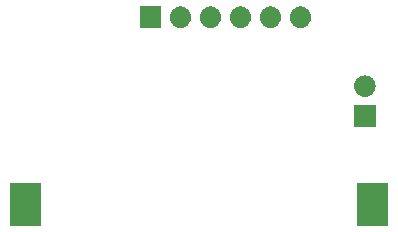
<source format=gbr>
G04 #@! TF.GenerationSoftware,KiCad,Pcbnew,5.0.2-bee76a0~70~ubuntu18.04.1*
G04 #@! TF.CreationDate,2018-12-11T14:37:26+01:00*
G04 #@! TF.ProjectId,Thermometer,54686572-6d6f-46d6-9574-65722e6b6963,rev?*
G04 #@! TF.SameCoordinates,Original*
G04 #@! TF.FileFunction,Soldermask,Bot*
G04 #@! TF.FilePolarity,Negative*
%FSLAX46Y46*%
G04 Gerber Fmt 4.6, Leading zero omitted, Abs format (unit mm)*
G04 Created by KiCad (PCBNEW 5.0.2-bee76a0~70~ubuntu18.04.1) date mar. 11 déc. 2018 14:37:26 CET*
%MOMM*%
%LPD*%
G01*
G04 APERTURE LIST*
%ADD10C,0.100000*%
G04 APERTURE END LIST*
D10*
G36*
X115725000Y-104676000D02*
X113083000Y-104676000D01*
X113083000Y-101064000D01*
X115725000Y-101064000D01*
X115725000Y-104676000D01*
X115725000Y-104676000D01*
G37*
G36*
X145085000Y-104676000D02*
X142443000Y-104676000D01*
X142443000Y-101064000D01*
X145085000Y-101064000D01*
X145085000Y-104676000D01*
X145085000Y-104676000D01*
G37*
G36*
X144030000Y-96278000D02*
X142228000Y-96278000D01*
X142228000Y-94476000D01*
X144030000Y-94476000D01*
X144030000Y-96278000D01*
X144030000Y-96278000D01*
G37*
G36*
X143239443Y-91942519D02*
X143305627Y-91949037D01*
X143418853Y-91983384D01*
X143475467Y-92000557D01*
X143614087Y-92074652D01*
X143631991Y-92084222D01*
X143667729Y-92113552D01*
X143769186Y-92196814D01*
X143852448Y-92298271D01*
X143881778Y-92334009D01*
X143881779Y-92334011D01*
X143965443Y-92490533D01*
X143965443Y-92490534D01*
X144016963Y-92660373D01*
X144034359Y-92837000D01*
X144016963Y-93013627D01*
X143982616Y-93126853D01*
X143965443Y-93183467D01*
X143891348Y-93322087D01*
X143881778Y-93339991D01*
X143852448Y-93375729D01*
X143769186Y-93477186D01*
X143667729Y-93560448D01*
X143631991Y-93589778D01*
X143631989Y-93589779D01*
X143475467Y-93673443D01*
X143418853Y-93690616D01*
X143305627Y-93724963D01*
X143239443Y-93731481D01*
X143173260Y-93738000D01*
X143084740Y-93738000D01*
X143018557Y-93731481D01*
X142952373Y-93724963D01*
X142839147Y-93690616D01*
X142782533Y-93673443D01*
X142626011Y-93589779D01*
X142626009Y-93589778D01*
X142590271Y-93560448D01*
X142488814Y-93477186D01*
X142405552Y-93375729D01*
X142376222Y-93339991D01*
X142366652Y-93322087D01*
X142292557Y-93183467D01*
X142275384Y-93126853D01*
X142241037Y-93013627D01*
X142223641Y-92837000D01*
X142241037Y-92660373D01*
X142292557Y-92490534D01*
X142292557Y-92490533D01*
X142376221Y-92334011D01*
X142376222Y-92334009D01*
X142405552Y-92298271D01*
X142488814Y-92196814D01*
X142590271Y-92113552D01*
X142626009Y-92084222D01*
X142643913Y-92074652D01*
X142782533Y-92000557D01*
X142839147Y-91983384D01*
X142952373Y-91949037D01*
X143018557Y-91942519D01*
X143084740Y-91936000D01*
X143173260Y-91936000D01*
X143239443Y-91942519D01*
X143239443Y-91942519D01*
G37*
G36*
X127618442Y-86100518D02*
X127684627Y-86107037D01*
X127797853Y-86141384D01*
X127854467Y-86158557D01*
X127993087Y-86232652D01*
X128010991Y-86242222D01*
X128046729Y-86271552D01*
X128148186Y-86354814D01*
X128231448Y-86456271D01*
X128260778Y-86492009D01*
X128260779Y-86492011D01*
X128344443Y-86648533D01*
X128344443Y-86648534D01*
X128395963Y-86818373D01*
X128413359Y-86995000D01*
X128395963Y-87171627D01*
X128361616Y-87284853D01*
X128344443Y-87341467D01*
X128270348Y-87480087D01*
X128260778Y-87497991D01*
X128231448Y-87533729D01*
X128148186Y-87635186D01*
X128046729Y-87718448D01*
X128010991Y-87747778D01*
X128010989Y-87747779D01*
X127854467Y-87831443D01*
X127797853Y-87848616D01*
X127684627Y-87882963D01*
X127618443Y-87889481D01*
X127552260Y-87896000D01*
X127463740Y-87896000D01*
X127397557Y-87889481D01*
X127331373Y-87882963D01*
X127218147Y-87848616D01*
X127161533Y-87831443D01*
X127005011Y-87747779D01*
X127005009Y-87747778D01*
X126969271Y-87718448D01*
X126867814Y-87635186D01*
X126784552Y-87533729D01*
X126755222Y-87497991D01*
X126745652Y-87480087D01*
X126671557Y-87341467D01*
X126654384Y-87284853D01*
X126620037Y-87171627D01*
X126602641Y-86995000D01*
X126620037Y-86818373D01*
X126671557Y-86648534D01*
X126671557Y-86648533D01*
X126755221Y-86492011D01*
X126755222Y-86492009D01*
X126784552Y-86456271D01*
X126867814Y-86354814D01*
X126969271Y-86271552D01*
X127005009Y-86242222D01*
X127022913Y-86232652D01*
X127161533Y-86158557D01*
X127218147Y-86141384D01*
X127331373Y-86107037D01*
X127397558Y-86100518D01*
X127463740Y-86094000D01*
X127552260Y-86094000D01*
X127618442Y-86100518D01*
X127618442Y-86100518D01*
G37*
G36*
X125869000Y-87896000D02*
X124067000Y-87896000D01*
X124067000Y-86094000D01*
X125869000Y-86094000D01*
X125869000Y-87896000D01*
X125869000Y-87896000D01*
G37*
G36*
X130158442Y-86100518D02*
X130224627Y-86107037D01*
X130337853Y-86141384D01*
X130394467Y-86158557D01*
X130533087Y-86232652D01*
X130550991Y-86242222D01*
X130586729Y-86271552D01*
X130688186Y-86354814D01*
X130771448Y-86456271D01*
X130800778Y-86492009D01*
X130800779Y-86492011D01*
X130884443Y-86648533D01*
X130884443Y-86648534D01*
X130935963Y-86818373D01*
X130953359Y-86995000D01*
X130935963Y-87171627D01*
X130901616Y-87284853D01*
X130884443Y-87341467D01*
X130810348Y-87480087D01*
X130800778Y-87497991D01*
X130771448Y-87533729D01*
X130688186Y-87635186D01*
X130586729Y-87718448D01*
X130550991Y-87747778D01*
X130550989Y-87747779D01*
X130394467Y-87831443D01*
X130337853Y-87848616D01*
X130224627Y-87882963D01*
X130158443Y-87889481D01*
X130092260Y-87896000D01*
X130003740Y-87896000D01*
X129937557Y-87889481D01*
X129871373Y-87882963D01*
X129758147Y-87848616D01*
X129701533Y-87831443D01*
X129545011Y-87747779D01*
X129545009Y-87747778D01*
X129509271Y-87718448D01*
X129407814Y-87635186D01*
X129324552Y-87533729D01*
X129295222Y-87497991D01*
X129285652Y-87480087D01*
X129211557Y-87341467D01*
X129194384Y-87284853D01*
X129160037Y-87171627D01*
X129142641Y-86995000D01*
X129160037Y-86818373D01*
X129211557Y-86648534D01*
X129211557Y-86648533D01*
X129295221Y-86492011D01*
X129295222Y-86492009D01*
X129324552Y-86456271D01*
X129407814Y-86354814D01*
X129509271Y-86271552D01*
X129545009Y-86242222D01*
X129562913Y-86232652D01*
X129701533Y-86158557D01*
X129758147Y-86141384D01*
X129871373Y-86107037D01*
X129937558Y-86100518D01*
X130003740Y-86094000D01*
X130092260Y-86094000D01*
X130158442Y-86100518D01*
X130158442Y-86100518D01*
G37*
G36*
X132698442Y-86100518D02*
X132764627Y-86107037D01*
X132877853Y-86141384D01*
X132934467Y-86158557D01*
X133073087Y-86232652D01*
X133090991Y-86242222D01*
X133126729Y-86271552D01*
X133228186Y-86354814D01*
X133311448Y-86456271D01*
X133340778Y-86492009D01*
X133340779Y-86492011D01*
X133424443Y-86648533D01*
X133424443Y-86648534D01*
X133475963Y-86818373D01*
X133493359Y-86995000D01*
X133475963Y-87171627D01*
X133441616Y-87284853D01*
X133424443Y-87341467D01*
X133350348Y-87480087D01*
X133340778Y-87497991D01*
X133311448Y-87533729D01*
X133228186Y-87635186D01*
X133126729Y-87718448D01*
X133090991Y-87747778D01*
X133090989Y-87747779D01*
X132934467Y-87831443D01*
X132877853Y-87848616D01*
X132764627Y-87882963D01*
X132698443Y-87889481D01*
X132632260Y-87896000D01*
X132543740Y-87896000D01*
X132477557Y-87889481D01*
X132411373Y-87882963D01*
X132298147Y-87848616D01*
X132241533Y-87831443D01*
X132085011Y-87747779D01*
X132085009Y-87747778D01*
X132049271Y-87718448D01*
X131947814Y-87635186D01*
X131864552Y-87533729D01*
X131835222Y-87497991D01*
X131825652Y-87480087D01*
X131751557Y-87341467D01*
X131734384Y-87284853D01*
X131700037Y-87171627D01*
X131682641Y-86995000D01*
X131700037Y-86818373D01*
X131751557Y-86648534D01*
X131751557Y-86648533D01*
X131835221Y-86492011D01*
X131835222Y-86492009D01*
X131864552Y-86456271D01*
X131947814Y-86354814D01*
X132049271Y-86271552D01*
X132085009Y-86242222D01*
X132102913Y-86232652D01*
X132241533Y-86158557D01*
X132298147Y-86141384D01*
X132411373Y-86107037D01*
X132477558Y-86100518D01*
X132543740Y-86094000D01*
X132632260Y-86094000D01*
X132698442Y-86100518D01*
X132698442Y-86100518D01*
G37*
G36*
X135238442Y-86100518D02*
X135304627Y-86107037D01*
X135417853Y-86141384D01*
X135474467Y-86158557D01*
X135613087Y-86232652D01*
X135630991Y-86242222D01*
X135666729Y-86271552D01*
X135768186Y-86354814D01*
X135851448Y-86456271D01*
X135880778Y-86492009D01*
X135880779Y-86492011D01*
X135964443Y-86648533D01*
X135964443Y-86648534D01*
X136015963Y-86818373D01*
X136033359Y-86995000D01*
X136015963Y-87171627D01*
X135981616Y-87284853D01*
X135964443Y-87341467D01*
X135890348Y-87480087D01*
X135880778Y-87497991D01*
X135851448Y-87533729D01*
X135768186Y-87635186D01*
X135666729Y-87718448D01*
X135630991Y-87747778D01*
X135630989Y-87747779D01*
X135474467Y-87831443D01*
X135417853Y-87848616D01*
X135304627Y-87882963D01*
X135238443Y-87889481D01*
X135172260Y-87896000D01*
X135083740Y-87896000D01*
X135017557Y-87889481D01*
X134951373Y-87882963D01*
X134838147Y-87848616D01*
X134781533Y-87831443D01*
X134625011Y-87747779D01*
X134625009Y-87747778D01*
X134589271Y-87718448D01*
X134487814Y-87635186D01*
X134404552Y-87533729D01*
X134375222Y-87497991D01*
X134365652Y-87480087D01*
X134291557Y-87341467D01*
X134274384Y-87284853D01*
X134240037Y-87171627D01*
X134222641Y-86995000D01*
X134240037Y-86818373D01*
X134291557Y-86648534D01*
X134291557Y-86648533D01*
X134375221Y-86492011D01*
X134375222Y-86492009D01*
X134404552Y-86456271D01*
X134487814Y-86354814D01*
X134589271Y-86271552D01*
X134625009Y-86242222D01*
X134642913Y-86232652D01*
X134781533Y-86158557D01*
X134838147Y-86141384D01*
X134951373Y-86107037D01*
X135017558Y-86100518D01*
X135083740Y-86094000D01*
X135172260Y-86094000D01*
X135238442Y-86100518D01*
X135238442Y-86100518D01*
G37*
G36*
X137778442Y-86100518D02*
X137844627Y-86107037D01*
X137957853Y-86141384D01*
X138014467Y-86158557D01*
X138153087Y-86232652D01*
X138170991Y-86242222D01*
X138206729Y-86271552D01*
X138308186Y-86354814D01*
X138391448Y-86456271D01*
X138420778Y-86492009D01*
X138420779Y-86492011D01*
X138504443Y-86648533D01*
X138504443Y-86648534D01*
X138555963Y-86818373D01*
X138573359Y-86995000D01*
X138555963Y-87171627D01*
X138521616Y-87284853D01*
X138504443Y-87341467D01*
X138430348Y-87480087D01*
X138420778Y-87497991D01*
X138391448Y-87533729D01*
X138308186Y-87635186D01*
X138206729Y-87718448D01*
X138170991Y-87747778D01*
X138170989Y-87747779D01*
X138014467Y-87831443D01*
X137957853Y-87848616D01*
X137844627Y-87882963D01*
X137778443Y-87889481D01*
X137712260Y-87896000D01*
X137623740Y-87896000D01*
X137557557Y-87889481D01*
X137491373Y-87882963D01*
X137378147Y-87848616D01*
X137321533Y-87831443D01*
X137165011Y-87747779D01*
X137165009Y-87747778D01*
X137129271Y-87718448D01*
X137027814Y-87635186D01*
X136944552Y-87533729D01*
X136915222Y-87497991D01*
X136905652Y-87480087D01*
X136831557Y-87341467D01*
X136814384Y-87284853D01*
X136780037Y-87171627D01*
X136762641Y-86995000D01*
X136780037Y-86818373D01*
X136831557Y-86648534D01*
X136831557Y-86648533D01*
X136915221Y-86492011D01*
X136915222Y-86492009D01*
X136944552Y-86456271D01*
X137027814Y-86354814D01*
X137129271Y-86271552D01*
X137165009Y-86242222D01*
X137182913Y-86232652D01*
X137321533Y-86158557D01*
X137378147Y-86141384D01*
X137491373Y-86107037D01*
X137557558Y-86100518D01*
X137623740Y-86094000D01*
X137712260Y-86094000D01*
X137778442Y-86100518D01*
X137778442Y-86100518D01*
G37*
M02*

</source>
